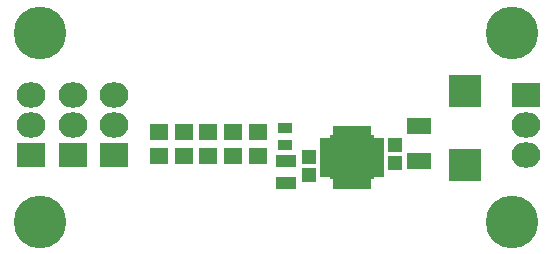
<source format=gbs>
G04 #@! TF.FileFunction,Soldermask,Bot*
%FSLAX46Y46*%
G04 Gerber Fmt 4.6, Leading zero omitted, Abs format (unit mm)*
G04 Created by KiCad (PCBNEW (2016-03-20 BZR 6634, Git a4ba01f)-product) date 4/5/2016 10:18:16 AM*
%MOMM*%
G01*
G04 APERTURE LIST*
%ADD10C,0.100000*%
%ADD11R,2.432000X2.127200*%
%ADD12O,2.432000X2.127200*%
%ADD13R,1.150000X1.200000*%
%ADD14R,2.000000X1.400000*%
%ADD15R,1.650000X1.400000*%
%ADD16R,1.700000X1.100000*%
%ADD17R,1.300000X0.900000*%
%ADD18R,0.950000X0.800000*%
%ADD19R,0.800000X0.950000*%
%ADD20R,2.075000X2.075000*%
%ADD21R,2.830000X2.770000*%
%ADD22C,4.464000*%
G04 APERTURE END LIST*
D10*
D11*
X164200000Y-88300000D03*
D12*
X164200000Y-90840000D03*
X164200000Y-93380000D03*
D13*
X145800000Y-95050000D03*
X145800000Y-93550000D03*
D14*
X155100000Y-93900000D03*
X155100000Y-90900000D03*
D15*
X141500000Y-93425000D03*
X141500000Y-91425000D03*
X139400000Y-93425000D03*
X139400000Y-91425000D03*
X137300000Y-93425000D03*
X137300000Y-91425000D03*
X135200000Y-93425000D03*
X135200000Y-91425000D03*
X133100000Y-93425000D03*
X133100000Y-91425000D03*
D13*
X153100000Y-94050000D03*
X153100000Y-92550000D03*
D16*
X143900000Y-95750000D03*
X143900000Y-93850000D03*
D17*
X143800000Y-92550000D03*
X143800000Y-91050000D03*
D18*
X147200000Y-94850000D03*
X147200000Y-94200000D03*
X147200000Y-93550000D03*
X147200000Y-92900000D03*
X147200000Y-92250000D03*
D19*
X148150000Y-91300000D03*
X148800000Y-91300000D03*
X149450000Y-91300000D03*
X150100000Y-91300000D03*
X150750000Y-91300000D03*
D18*
X151700000Y-92250000D03*
X151700000Y-92900000D03*
X151700000Y-93550000D03*
X151700000Y-94200000D03*
X151700000Y-94850000D03*
D19*
X150750000Y-95800000D03*
X150100000Y-95800000D03*
X149450000Y-95800000D03*
X148800000Y-95800000D03*
X148150000Y-95800000D03*
D20*
X150287500Y-92712500D03*
X150287500Y-94387500D03*
X148612500Y-92712500D03*
X148612500Y-94387500D03*
D21*
X159000000Y-94220000D03*
X159000000Y-87980000D03*
D11*
X125800000Y-93400000D03*
D12*
X125800000Y-90860000D03*
X125800000Y-88320000D03*
D11*
X129300000Y-93400000D03*
D12*
X129300000Y-90860000D03*
X129300000Y-88320000D03*
D22*
X123000000Y-99000000D03*
X123000000Y-83000000D03*
X163000000Y-99000000D03*
X163000000Y-83000000D03*
D11*
X122300000Y-93400000D03*
D12*
X122300000Y-90860000D03*
X122300000Y-88320000D03*
M02*

</source>
